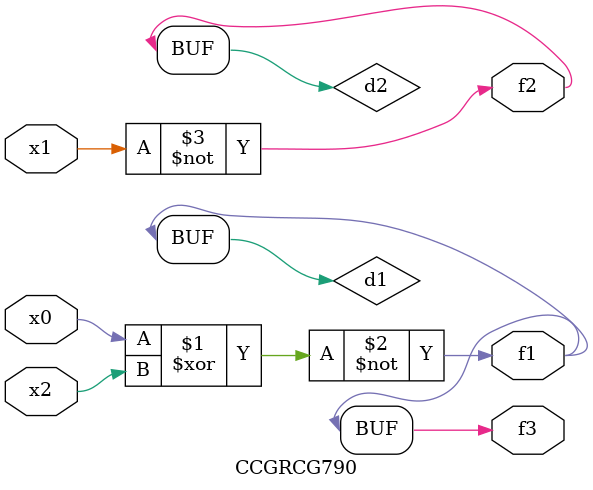
<source format=v>
module CCGRCG790(
	input x0, x1, x2,
	output f1, f2, f3
);

	wire d1, d2, d3;

	xnor (d1, x0, x2);
	nand (d2, x1);
	nor (d3, x1, x2);
	assign f1 = d1;
	assign f2 = d2;
	assign f3 = d1;
endmodule

</source>
